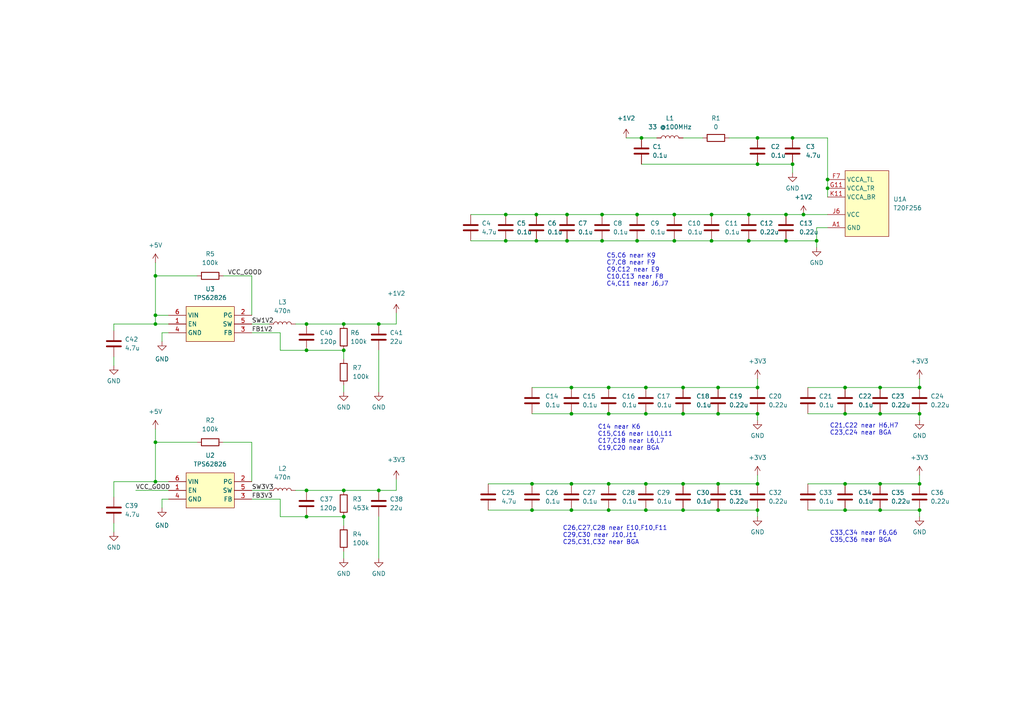
<source format=kicad_sch>
(kicad_sch (version 20211123) (generator eeschema)
  (paper "A4")
  (lib_symbols
    (symbol "Converter_DCDC:TPS62826"
      (property "Reference" "U" (at 7.62 0 0))
      (property "Value" "TPS62826" (at 0 0 0))
      (symbol "TPS62826_1_1"
        (pin input line (at -10.16 -6.35 0) (length 5.08) (name "EN") (number "1"))
        (pin output line (at 13.97 -3.81 180) (length 5.08) (name "PG") (number "2"))
        (pin input line (at 13.97 -8.89 180) (length 5.08) (name "FB") (number "3"))
        (pin passive line (at -10.16 -8.89 0) (length 5.08) (name "GND") (number "4"))
        (pin power_out line (at 13.97 -6.35 180) (length 5.08) (name "SW") (number "5"))
        (pin power_in line (at -10.16 -3.81 0) (length 5.08) (name "VIN") (number "6"))
      )
    )
    (symbol "Device:C" (pin_numbers hide) (pin_names (offset 0.254))
      (property "Reference" "C" (at 0.635 2.54 0))
      (property "Value" "C" (at 0.635 -2.54 0))
      (symbol "C_1_1"
        (pin passive line (at 0 3.81 270) (length 2.794) (name "~") (number "1"))
        (pin passive line (at 0 -3.81 90) (length 2.794) (name "~") (number "2"))
      )
    )
    (symbol "Device:L" (pin_numbers hide) (pin_names (offset 1.016) hide)
      (property "Reference" "L" (at -1.27 0 90))
      (property "Value" "L" (at 1.905 0 90))
      (symbol "L_1_1"
        (pin passive line (at 0 3.81 270) (length 1.27) (name "1") (number "1"))
        (pin passive line (at 0 -3.81 90) (length 1.27) (name "2") (number "2"))
      )
    )
    (symbol "Device:R" (pin_numbers hide) (pin_names (offset 0))
      (property "Reference" "R" (at 2.032 0 90))
      (property "Value" "R" (at 0 0 90))
      (symbol "R_1_1"
        (pin passive line (at 0 3.81 270) (length 1.27) (name "~") (number "1"))
        (pin passive line (at 0 -3.81 90) (length 1.27) (name "~") (number "2"))
      )
    )
    (symbol "IC:T20F256"
      (property "Reference" "U" (at -5.08 1.27 0))
      (property "Value" "T20F256" (at -5.08 1.27 0))
      (symbol "T20F256_1_1"
        (pin power_in line (at -11.43 -19.05 0) (length 5.08) (name "GND") (number "A1"))
        (pin power_in line (at -11.43 -19.05 0) (length 5.08) hide (name "GND") (number "A12"))
        (pin power_in line (at -11.43 -19.05 0) (length 5.08) hide (name "GND") (number "A16"))
        (pin power_in line (at -11.43 -19.05 0) (length 5.08) hide (name "GND") (number "A5"))
        (pin power_in line (at -11.43 -19.05 0) (length 5.08) hide (name "GND") (number "D15"))
        (pin power_in line (at -11.43 -19.05 0) (length 5.08) hide (name "GND") (number "D2"))
        (pin power_in line (at -11.43 -15.24 0) (length 5.08) hide (name "VCC") (number "E9"))
        (pin power_in line (at -11.43 -5.08 0) (length 5.08) (name "VCCA_TL") (number "F7"))
        (pin power_in line (at -11.43 -15.24 0) (length 5.08) hide (name "VCC") (number "F8"))
        (pin power_in line (at -11.43 -15.24 0) (length 5.08) hide (name "VCC") (number "F9"))
        (pin power_in line (at -11.43 -19.05 0) (length 5.08) hide (name "GND") (number "G10"))
        (pin power_in line (at -11.43 -7.62 0) (length 5.08) (name "VCCA_TR") (number "G11"))
        (pin power_in line (at -11.43 -19.05 0) (length 5.08) hide (name "GND") (number "G7"))
        (pin power_in line (at -11.43 -19.05 0) (length 5.08) hide (name "GND") (number "G8"))
        (pin power_in line (at -11.43 -19.05 0) (length 5.08) hide (name "GND") (number "G9"))
        (pin power_in line (at -11.43 -19.05 0) (length 5.08) hide (name "GND") (number "H10"))
        (pin power_in line (at -11.43 -19.05 0) (length 5.08) hide (name "GND") (number "H11"))
        (pin power_in line (at -11.43 -19.05 0) (length 5.08) hide (name "GND") (number "H8"))
        (pin power_in line (at -11.43 -19.05 0) (length 5.08) hide (name "GND") (number "H9"))
        (pin power_in line (at -11.43 -19.05 0) (length 5.08) hide (name "GND") (number "J1"))
        (pin power_in line (at -11.43 -19.05 0) (length 5.08) hide (name "GND") (number "J16"))
        (pin power_in line (at -11.43 -15.24 0) (length 5.08) (name "VCC") (number "J6"))
        (pin power_in line (at -11.43 -15.24 0) (length 5.08) hide (name "VCC") (number "J7"))
        (pin power_in line (at -11.43 -19.05 0) (length 5.08) hide (name "GND") (number "J8"))
        (pin power_in line (at -11.43 -19.05 0) (length 5.08) hide (name "GND") (number "J9"))
        (pin power_in line (at -11.43 -19.05 0) (length 5.08) hide (name "GND") (number "K10"))
        (pin power_in line (at -11.43 -10.16 0) (length 5.08) (name "VCCA_BR") (number "K11"))
        (pin power_in line (at -11.43 -19.05 0) (length 5.08) hide (name "GND") (number "K7"))
        (pin power_in line (at -11.43 -19.05 0) (length 5.08) hide (name "GND") (number "K8"))
        (pin power_in line (at -11.43 -15.24 0) (length 5.08) hide (name "VCC") (number "K9"))
        (pin power_in line (at -11.43 -19.05 0) (length 5.08) hide (name "GND") (number "L8"))
        (pin power_in line (at -11.43 -19.05 0) (length 5.08) hide (name "GND") (number "L9"))
        (pin power_in line (at -11.43 -19.05 0) (length 5.08) hide (name "GND") (number "N15"))
        (pin power_in line (at -11.43 -19.05 0) (length 5.08) hide (name "GND") (number "N2"))
        (pin power_in line (at -11.43 -19.05 0) (length 5.08) hide (name "GND") (number "R10"))
        (pin power_in line (at -11.43 -19.05 0) (length 5.08) hide (name "GND") (number "R7"))
        (pin power_in line (at -11.43 -19.05 0) (length 5.08) hide (name "GND") (number "T1"))
        (pin power_in line (at -11.43 -19.05 0) (length 5.08) hide (name "GND") (number "T13"))
        (pin power_in line (at -11.43 -19.05 0) (length 5.08) hide (name "GND") (number "T16"))
        (pin power_in line (at -11.43 -19.05 0) (length 5.08) hide (name "GND") (number "T4"))
      )
      (symbol "T20F256_2_1"
        (pin input line (at -11.43 -31.75 0) (length 5.08) (name "TDI") (number "K5"))
        (pin power_in line (at -11.43 -3.81 0) (length 5.08) (name "VCCIO_1A") (number "K6"))
        (pin bidirectional line (at -11.43 -26.67 0) (length 5.08) (name "GPIOL_08") (number "L3"))
        (pin bidirectional line (at -11.43 -24.13 0) (length 5.08) (name "GPIOL_05") (number "L4"))
        (pin output line (at -11.43 -39.37 0) (length 5.08) (name "TDO") (number "L5"))
        (pin input line (at -11.43 -36.83 0) (length 5.08) (name "TMS") (number "M1"))
        (pin input line (at -11.43 -34.29 0) (length 5.08) (name "TCK") (number "M2"))
        (pin bidirectional line (at -11.43 -16.51 0) (length 5.08) (name "GPIOL_01") (number "M3"))
        (pin bidirectional line (at -11.43 -29.21 0) (length 5.08) (name "GPIOL_09") (number "N1"))
        (pin bidirectional line (at -11.43 -21.59 0) (length 5.08) (name "GPIOL_04") (number "N3"))
        (pin input line (at -11.43 -11.43 0) (length 5.08) (name "CRESET_N") (number "P1"))
        (pin bidirectional line (at -11.43 -19.05 0) (length 5.08) (name "GPIOL_02") (number "P2"))
        (pin bidirectional line (at -11.43 -13.97 0) (length 5.08) (name "GPIOL_00") (number "P3"))
        (pin bidirectional line (at -11.43 -8.89 0) (length 5.08) (name "CDONE") (number "R1"))
      )
      (symbol "T20F256_3_1"
        (pin bidirectional line (at -12.7 -73.66 0) (length 5.08) (name "GPIOL_33") (number "C1"))
        (pin bidirectional line (at -12.7 -91.44 0) (length 5.08) (name "GPIOL_41") (number "C2"))
        (pin bidirectional line (at -12.7 -81.28 0) (length 5.08) (name "GPIOL_36") (number "D1"))
        (pin bidirectional line (at -12.7 -83.82 0) (length 5.08) (name "GPIOL_37") (number "E1"))
        (pin bidirectional line (at -12.7 -76.2 0) (length 5.08) (name "GPIOL_34") (number "E2"))
        (pin bidirectional line (at -12.7 -86.36 0) (length 5.08) (name "GPIOL_39") (number "E3"))
        (pin bidirectional line (at -12.7 -66.04 0) (length 5.08) (name "GPIOL_30") (number "F1"))
        (pin bidirectional line (at -12.7 -71.12 0) (length 5.08) (name "GPIOL_32") (number "F2"))
        (pin bidirectional line (at -12.7 -78.74 0) (length 5.08) (name "GPIOL_35") (number "F3"))
        (pin bidirectional line (at -12.7 -96.52 0) (length 5.08) (name "GPIOL_43") (number "F4"))
        (pin bidirectional line (at -12.7 -88.9 0) (length 5.08) (name "GPIOL_40") (number "F5"))
        (pin bidirectional line (at -12.7 -68.58 0) (length 5.08) (name "GPIOL_31") (number "G1"))
        (pin bidirectional line (at -12.7 -63.5 0) (length 5.08) (name "GPIOL_29") (number "G2"))
        (pin bidirectional line (at -12.7 -58.42 0) (length 5.08) (name "GPIOL_27") (number "G3"))
        (pin bidirectional line (at -12.7 -93.98 0) (length 5.08) (name "GPIOL_42") (number "G4"))
        (pin bidirectional line (at -12.7 -60.96 0) (length 5.08) (name "GPIOL_28") (number "G5"))
        (pin bidirectional line (at -12.7 -45.72 0) (length 5.08) (name "GPIOL_22") (number "H1"))
        (pin bidirectional line (at -12.7 -53.34 0) (length 5.08) (name "GPIOL_25") (number "H2"))
        (pin bidirectional line (at -12.7 -50.8 0) (length 5.08) (name "GPIOL_24") (number "H3"))
        (pin bidirectional line (at -12.7 -55.88 0) (length 5.08) (name "GPIOL_26") (number "H4"))
        (pin bidirectional line (at -12.7 -43.18 0) (length 5.08) (name "GPIOL_21") (number "H5"))
        (pin power_in line (at -12.7 -13.97 0) (length 5.08) (name "VCCIO_1B_1C") (number "H6"))
        (pin power_in line (at -12.7 -11.43 0) (length 5.08) (name "VCCIO_1B_1C") (number "H7"))
        (pin bidirectional line (at -12.7 -40.64 0) (length 5.08) (name "GPIOL_20") (number "J2"))
        (pin bidirectional line (at -12.7 -33.02 0) (length 5.08) (name "GPIOL_16") (number "J3"))
        (pin bidirectional line (at -12.7 -27.94 0) (length 5.08) (name "GPIOL_14") (number "J4"))
        (pin bidirectional line (at -12.7 -20.32 0) (length 5.08) (name "GPIOL_11") (number "J5"))
        (pin bidirectional line (at -12.7 -35.56 0) (length 5.08) (name "GPIOL_18") (number "K1"))
        (pin bidirectional line (at -12.7 -38.1 0) (length 5.08) (name "GPIOL_19") (number "K2"))
        (pin bidirectional line (at -12.7 -30.48 0) (length 5.08) (name "GPIOL_15") (number "K3"))
        (pin bidirectional line (at -12.7 -22.86 0) (length 5.08) (name "GPIOL_12") (number "K4"))
        (pin bidirectional line (at -12.7 -48.26 0) (length 5.08) (name "GPIOL_23") (number "L1"))
        (pin bidirectional line (at -12.7 -25.4 0) (length 5.08) (name "GPIOL_13") (number "L2"))
      )
      (symbol "T20F256_4_1"
        (pin bidirectional line (at -7.62 -26.67 0) (length 5.08) (name "GPIOL_50") (number "A2"))
        (pin bidirectional line (at -7.62 -44.45 0) (length 5.08) (name "GPIOL_57") (number "A3"))
        (pin bidirectional line (at -7.62 -49.53 0) (length 5.08) (name "GPIOL_59") (number "A4"))
        (pin bidirectional line (at -7.62 -64.77 0) (length 5.08) (name "GPIOL_65") (number "A6"))
        (pin bidirectional line (at -7.62 -57.15 0) (length 5.08) (name "GPIOL_62") (number "A7"))
        (pin bidirectional line (at -7.62 -67.31 0) (length 5.08) (name "GPIOL_66") (number "A8"))
        (pin bidirectional line (at -7.62 -11.43 0) (length 5.08) (name "GPIOL_44") (number "B1"))
        (pin bidirectional line (at -7.62 -13.97 0) (length 5.08) (name "GPIOL_45") (number "B2"))
        (pin bidirectional line (at -7.62 -31.75 0) (length 5.08) (name "GPIOL_52") (number "B3"))
        (pin bidirectional line (at -7.62 -34.29 0) (length 5.08) (name "GPIOL_53") (number "B4"))
        (pin bidirectional line (at -7.62 -54.61 0) (length 5.08) (name "GPIOL_61") (number "B5"))
        (pin bidirectional line (at -7.62 -62.23 0) (length 5.08) (name "GPIOL_64") (number "B6"))
        (pin bidirectional line (at -7.62 -59.69 0) (length 5.08) (name "GPIOL_63") (number "B7"))
        (pin bidirectional line (at -7.62 -80.01 0) (length 5.08) (name "GPIOL_71") (number "B8"))
        (pin bidirectional line (at -7.62 -21.59 0) (length 5.08) (name "GPIOL_48") (number "C3"))
        (pin bidirectional line (at -7.62 -29.21 0) (length 5.08) (name "GPIOL_51") (number "C4"))
        (pin bidirectional line (at -7.62 -69.85 0) (length 5.08) (name "GPIOL_67") (number "C5"))
        (pin bidirectional line (at -7.62 -46.99 0) (length 5.08) (name "GPIOL_58") (number "C6"))
        (pin bidirectional line (at -7.62 -77.47 0) (length 5.08) (name "GPIOL_70") (number "C7"))
        (pin bidirectional line (at -7.62 -82.55 0) (length 5.08) (name "GPIOL_72") (number "C8"))
        (pin bidirectional line (at -7.62 -16.51 0) (length 5.08) (name "GPIOL_46") (number "D3"))
        (pin bidirectional line (at -7.62 -19.05 0) (length 5.08) (name "GPIOL_47") (number "D4"))
        (pin bidirectional line (at -7.62 -24.13 0) (length 5.08) (name "GPIOL_49") (number "D5"))
        (pin bidirectional line (at -7.62 -36.83 0) (length 5.08) (name "GPIOL_54") (number "D6"))
        (pin bidirectional line (at -7.62 -74.93 0) (length 5.08) (name "GPIOL_69") (number "D7"))
        (pin bidirectional line (at -7.62 -85.09 0) (length 5.08) (name "GPIOL_73") (number "D8"))
        (pin bidirectional line (at -7.62 -87.63 0) (length 5.08) (name "GPIOL_74") (number "D9"))
        (pin bidirectional line (at -7.62 -39.37 0) (length 5.08) (name "GPIOL_55") (number "E4"))
        (pin bidirectional line (at -7.62 -52.07 0) (length 5.08) (name "GPIOL_60") (number "E5"))
        (pin bidirectional line (at -7.62 -41.91 0) (length 5.08) (name "GPIOL_56") (number "E6"))
        (pin bidirectional line (at -7.62 -72.39 0) (length 5.08) (name "GPIOL_68") (number "E7"))
        (pin bidirectional line (at -7.62 -90.17 0) (length 5.08) (name "GPIOL_75") (number "E8"))
        (pin power_in line (at -7.62 -3.81 0) (length 5.08) (name "VCCIO_1D_1E") (number "F6"))
        (pin power_in line (at -7.62 -6.35 0) (length 5.08) (name "VCCIO_1D_1E") (number "G6"))
      )
      (symbol "T20F256_5_1"
        (pin bidirectional line (at -8.89 -21.59 0) (length 5.08) (name "GPIOR_79") (number "A10"))
        (pin bidirectional line (at -8.89 -34.29 0) (length 5.08) (name "GPIOR_84") (number "A11"))
        (pin bidirectional line (at -8.89 -62.23 0) (length 5.08) (name "GPIOR_95") (number "A13"))
        (pin bidirectional line (at -8.89 -49.53 0) (length 5.08) (name "GPIOR_90") (number "A14"))
        (pin bidirectional line (at -8.89 -59.69 0) (length 5.08) (name "GPIOR_94") (number "A15"))
        (pin bidirectional line (at -8.89 -19.05 0) (length 5.08) (name "GPIOR_78") (number "A9"))
        (pin bidirectional line (at -8.89 -29.21 0) (length 5.08) (name "GPIOR_82") (number "B10"))
        (pin bidirectional line (at -8.89 -31.75 0) (length 5.08) (name "GPIOR_83") (number "B11"))
        (pin bidirectional line (at -8.89 -57.15 0) (length 5.08) (name "GPIOR_93") (number "B12"))
        (pin bidirectional line (at -8.89 -64.77 0) (length 5.08) (name "GPIOR_97") (number "B13"))
        (pin bidirectional line (at -8.89 -54.61 0) (length 5.08) (name "GPIOR_92") (number "B14"))
        (pin bidirectional line (at -8.89 -67.31 0) (length 5.08) (name "GPIOR_98") (number "B15"))
        (pin bidirectional line (at -8.89 -82.55 0) (length 5.08) (name "GPIOR_106") (number "B16"))
        (pin bidirectional line (at -8.89 -24.13 0) (length 5.08) (name "GPIOR_80") (number "B9"))
        (pin bidirectional line (at -8.89 -26.67 0) (length 5.08) (name "GPIOR_81") (number "C10"))
        (pin bidirectional line (at -8.89 -39.37 0) (length 5.08) (name "GPIOR_86") (number "C11"))
        (pin bidirectional line (at -8.89 -36.83 0) (length 5.08) (name "GPIOR_85") (number "C12"))
        (pin bidirectional line (at -8.89 -69.85 0) (length 5.08) (name "GPIOR_99") (number "C13"))
        (pin bidirectional line (at -8.89 -72.39 0) (length 5.08) (name "GPIOR_102") (number "C14"))
        (pin bidirectional line (at -8.89 -92.71 0) (length 5.08) (name "GPIOR_112") (number "C15"))
        (pin bidirectional line (at -8.89 -85.09 0) (length 5.08) (name "GPIOR_108") (number "C16"))
        (pin bidirectional line (at -8.89 -13.97 0) (length 5.08) (name "GPIOR_76") (number "C9"))
        (pin bidirectional line (at -8.89 -16.51 0) (length 5.08) (name "GPIOR_77") (number "D10"))
        (pin bidirectional line (at -8.89 -41.91 0) (length 5.08) (name "GPIOR_87") (number "D11"))
        (pin bidirectional line (at -8.89 -46.99 0) (length 5.08) (name "GPIOR_89") (number "D12"))
        (pin bidirectional line (at -8.89 -74.93 0) (length 5.08) (name "GPIOR_103") (number "D13"))
        (pin bidirectional line (at -8.89 -77.47 0) (length 5.08) (name "GPIOR_104") (number "D14"))
        (pin bidirectional line (at -8.89 -97.79 0) (length 5.08) (name "GPIOR_116") (number "D16"))
        (pin power_in line (at -8.89 -3.81 0) (length 5.08) (name "VCCIO_3A_3B_3C") (number "E10"))
        (pin bidirectional line (at -8.89 -44.45 0) (length 5.08) (name "GPIOR_88") (number "E11"))
        (pin bidirectional line (at -8.89 -52.07 0) (length 5.08) (name "GPIOR_91") (number "E12"))
        (pin bidirectional line (at -8.89 -80.01 0) (length 5.08) (name "GPIOR_105") (number "E13"))
        (pin bidirectional line (at -8.89 -87.63 0) (length 5.08) (name "GPIOR_110") (number "E14"))
        (pin bidirectional line (at -8.89 -107.95 0) (length 5.08) (name "GPIOR_120") (number "E15"))
        (pin bidirectional line (at -8.89 -105.41 0) (length 5.08) (name "GPIOR_119") (number "E16"))
        (pin power_in line (at -8.89 -6.35 0) (length 5.08) (name "VCCIO_3A_3B_3C") (number "F10"))
        (pin power_in line (at -8.89 -8.89 0) (length 5.08) (name "VCCIO_3A_3B_3C") (number "F11"))
        (pin bidirectional line (at -8.89 -90.17 0) (length 5.08) (name "GPIOR_111") (number "F12"))
        (pin bidirectional line (at -8.89 -95.25 0) (length 5.08) (name "GPIOR_113") (number "F13"))
        (pin bidirectional line (at -8.89 -102.87 0) (length 5.08) (name "GPIOR_118") (number "F14"))
        (pin bidirectional line (at -8.89 -113.03 0) (length 5.08) (name "GPIOR_122") (number "F15"))
        (pin bidirectional line (at -8.89 -115.57 0) (length 5.08) (name "GPIOR_123") (number "F16"))
        (pin bidirectional line (at -8.89 -110.49 0) (length 5.08) (name "GPIOR_121") (number "G12"))
        (pin bidirectional line (at -8.89 -100.33 0) (length 5.08) (name "GPIOR_117") (number "G13"))
      )
      (symbol "T20F256_6_1"
        (pin bidirectional line (at -12.7 -20.32 0) (length 5.08) (name "GPIOR_127") (number "G14"))
        (pin bidirectional line (at -12.7 -12.7 0) (length 5.08) (name "GPIOR_124") (number "G15"))
        (pin bidirectional line (at -12.7 -17.78 0) (length 5.08) (name "GPIOR_126") (number "G16"))
        (pin bidirectional line (at -12.7 -45.72 0) (length 5.08) (name "GPIOR_139") (number "H12"))
        (pin bidirectional line (at -12.7 -15.24 0) (length 5.08) (name "GPIOR_125") (number "H13"))
        (pin bidirectional line (at -12.7 -22.86 0) (length 5.08) (name "GPIOR_128") (number "H14"))
        (pin bidirectional line (at -12.7 -25.4 0) (length 5.08) (name "GPIOR_129") (number "H15"))
        (pin bidirectional line (at -12.7 -27.94 0) (length 5.08) (name "GPIOR_130") (number "H16"))
        (pin power_in line (at -12.7 -5.08 0) (length 5.08) (name "VCCIO_3D_3E") (number "J10"))
        (pin power_in line (at -12.7 -7.62 0) (length 5.08) (name "VCCIO_3D_3E") (number "J11"))
        (pin bidirectional line (at -12.7 -48.26 0) (length 5.08) (name "GPIOR_141") (number "J12"))
        (pin bidirectional line (at -12.7 -35.56 0) (length 5.08) (name "GPIOR_133") (number "J13"))
        (pin bidirectional line (at -12.7 -38.1 0) (length 5.08) (name "GPIOR_135") (number "J14"))
        (pin bidirectional line (at -12.7 -30.48 0) (length 5.08) (name "GPIOR_131") (number "J15"))
        (pin bidirectional line (at -12.7 -63.5 0) (length 5.08) (name "GPIOR_148") (number "K12"))
        (pin bidirectional line (at -12.7 -71.12 0) (length 5.08) (name "GPIOR_151") (number "K13"))
        (pin bidirectional line (at -12.7 -43.18 0) (length 5.08) (name "GPIOR_138") (number "K14"))
        (pin bidirectional line (at -12.7 -40.64 0) (length 5.08) (name "GPIOR_136") (number "K15"))
        (pin bidirectional line (at -12.7 -33.02 0) (length 5.08) (name "GPIOR_132") (number "K16"))
        (pin bidirectional line (at -12.7 -86.36 0) (length 5.08) (name "GPIOR_158") (number "L12"))
        (pin bidirectional line (at -12.7 -83.82 0) (length 5.08) (name "GPIOR_157") (number "L13"))
        (pin bidirectional line (at -12.7 -68.58 0) (length 5.08) (name "GPIOR_150") (number "L14"))
        (pin bidirectional line (at -12.7 -60.96 0) (length 5.08) (name "GPIOR_147") (number "L15"))
        (pin bidirectional line (at -12.7 -50.8 0) (length 5.08) (name "GPIOR_143") (number "L16"))
        (pin bidirectional line (at -12.7 -81.28 0) (length 5.08) (name "GPIOR_156") (number "M14"))
        (pin bidirectional line (at -12.7 -53.34 0) (length 5.08) (name "GPIOR_144") (number "M15"))
        (pin bidirectional line (at -12.7 -55.88 0) (length 5.08) (name "GPIOR_145") (number "M16"))
        (pin bidirectional line (at -12.7 -73.66 0) (length 5.08) (name "GPIOR_153") (number "N14"))
        (pin bidirectional line (at -12.7 -76.2 0) (length 5.08) (name "GPIOR_154") (number "N16"))
        (pin bidirectional line (at -12.7 -78.74 0) (length 5.08) (name "GPIOR_155") (number "P15"))
        (pin bidirectional line (at -12.7 -58.42 0) (length 5.08) (name "GPIOR_146") (number "P16"))
        (pin bidirectional line (at -12.7 -66.04 0) (length 5.08) (name "GPIOR_149") (number "R16"))
      )
      (symbol "T20F256_7_1"
        (pin power_in line (at -12.7 -7.62 0) (length 5.08) (name "VCCIO_4A") (number "L10"))
        (pin power_in line (at -12.7 -5.08 0) (length 5.08) (name "VCCIO_4A") (number "L11"))
        (pin bidirectional line (at -12.7 -55.88 0) (length 5.08) (name "GPIOB_RXP05") (number "M10"))
        (pin bidirectional line (at -12.7 -53.34 0) (length 5.08) (name "GPIOB_RXN05") (number "M11"))
        (pin input line (at -12.7 -12.7 0) (length 5.08) (name "GPIOB_CLKP0") (number "M12"))
        (pin input line (at -12.7 -15.24 0) (length 5.08) (name "GPIOB_CLKN0") (number "M13"))
        (pin bidirectional line (at -12.7 -73.66 0) (length 5.08) (name "GPIOB_RXN01") (number "M9"))
        (pin bidirectional line (at -12.7 -63.5 0) (length 5.08) (name "GPIOB_RXN03") (number "N10"))
        (pin bidirectional line (at -12.7 -50.8 0) (length 5.08) (name "GPIOB_RXP06") (number "N11"))
        (pin bidirectional line (at -12.7 -27.94 0) (length 5.08) (name "GPIOB_RXN10") (number "N12"))
        (pin bidirectional line (at -12.7 -17.78 0) (length 5.08) (name "GPIOB_RXN12") (number "N13"))
        (pin bidirectional line (at -12.7 -76.2 0) (length 5.08) (name "GPIOB_RXP01") (number "N9"))
        (pin bidirectional line (at -12.7 -66.04 0) (length 5.08) (name "GPIOB_RXP03") (number "P10"))
        (pin bidirectional line (at -12.7 -48.26 0) (length 5.08) (name "GPIOB_RXN06") (number "P11"))
        (pin bidirectional line (at -12.7 -30.48 0) (length 5.08) (name "GPIOB_RXP10") (number "P12"))
        (pin bidirectional line (at -12.7 -38.1 0) (length 5.08) (name "GPIOB_RXN08") (number "P13"))
        (pin bidirectional line (at -12.7 -20.32 0) (length 5.08) (name "GPIOB_RXP12") (number "P14"))
        (pin bidirectional line (at -12.7 -78.74 0) (length 5.08) (name "GPIOB_RXP00") (number "P9"))
        (pin bidirectional line (at -12.7 -58.42 0) (length 5.08) (name "GPIOB_RXN04") (number "R11"))
        (pin bidirectional line (at -12.7 -43.18 0) (length 5.08) (name "GPIOB_RXN07") (number "R12"))
        (pin bidirectional line (at -12.7 -40.64 0) (length 5.08) (name "GPIOB_RXP08") (number "R13"))
        (pin bidirectional line (at -12.7 -33.02 0) (length 5.08) (name "GPIOB_RXN09") (number "R14"))
        (pin bidirectional line (at -12.7 -22.86 0) (length 5.08) (name "GPIOB_RXN11") (number "R15"))
        (pin bidirectional line (at -12.7 -81.28 0) (length 5.08) (name "GPIOB_RXN00") (number "R9"))
        (pin bidirectional line (at -12.7 -68.58 0) (length 5.08) (name "GPIOB_RXN02") (number "T10"))
        (pin bidirectional line (at -12.7 -60.96 0) (length 5.08) (name "GPIOB_RXP04") (number "T11"))
        (pin bidirectional line (at -12.7 -45.72 0) (length 5.08) (name "GPIOB_RXP07") (number "T12"))
        (pin bidirectional line (at -12.7 -35.56 0) (length 5.08) (name "GPIOB_RXP09") (number "T14"))
        (pin bidirectional line (at -12.7 -25.4 0) (length 5.08) (name "GPIOB_RXP11") (number "T15"))
        (pin bidirectional line (at -12.7 -71.12 0) (length 5.08) (name "GPIOB_RXP02") (number "T9"))
      )
      (symbol "T20F256_8_1"
        (pin power_in line (at -12.7 -7.62 0) (length 5.08) (name "VCCIO_4B") (number "L6"))
        (pin power_in line (at -12.7 -5.08 0) (length 5.08) (name "VCCIO_4B") (number "L7"))
        (pin bidirectional line (at -12.7 -76.2 0) (length 5.08) (name "GPIOB_TXP00") (number "M4"))
        (pin bidirectional line (at -12.7 -73.66 0) (length 5.08) (name "GPIOB_TXN00") (number "M5"))
        (pin bidirectional line (at -12.7 -48.26 0) (length 5.08) (name "GPIOB_TXP05") (number "M6"))
        (pin bidirectional line (at -12.7 -50.8 0) (length 5.08) (name "GPIOB_TXN05") (number "M7"))
        (pin bidirectional line (at -12.7 -20.32 0) (length 5.08) (name "GPIOB_TXP11") (number "M8"))
        (pin bidirectional line (at -12.7 -71.12 0) (length 5.08) (name "GPIOB_TXP01") (number "N4"))
        (pin bidirectional line (at -12.7 -55.88 0) (length 5.08) (name "GPIOB_TXP04") (number "N5"))
        (pin bidirectional line (at -12.7 -45.72 0) (length 5.08) (name "GPIOB_TXP06") (number "N6"))
        (pin bidirectional line (at -12.7 -30.48 0) (length 5.08) (name "GPIOB_TXP09") (number "N7"))
        (pin bidirectional line (at -12.7 -17.78 0) (length 5.08) (name "GPIOB_TXN11") (number "N8"))
        (pin bidirectional line (at -12.7 -68.58 0) (length 5.08) (name "GPIOB_TXN01") (number "P4"))
        (pin bidirectional line (at -12.7 -53.34 0) (length 5.08) (name "GPIOB_TXN04") (number "P5"))
        (pin bidirectional line (at -12.7 -43.18 0) (length 5.08) (name "GPIOB_TXN06") (number "P6"))
        (pin bidirectional line (at -12.7 -27.94 0) (length 5.08) (name "GPIOB_TXN09") (number "P7"))
        (pin bidirectional line (at -12.7 -12.7 0) (length 5.08) (name "GPIOB_TXN12") (number "P8"))
        (pin power_out line (at -12.7 -78.74 0) (length 5.08) (name "REF_RES") (number "R2"))
        (pin bidirectional line (at -12.7 -66.04 0) (length 5.08) (name "GPIOB_TXP02") (number "R3"))
        (pin bidirectional line (at -12.7 -63.5 0) (length 5.08) (name "GPIOB_TXN02") (number "R4"))
        (pin bidirectional line (at -12.7 -40.64 0) (length 5.08) (name "GPIOB_TXP07") (number "R5"))
        (pin bidirectional line (at -12.7 -35.56 0) (length 5.08) (name "GPIOB_TXP08") (number "R6"))
        (pin bidirectional line (at -12.7 -15.24 0) (length 5.08) (name "GPIOB_TXP12") (number "R8"))
        (pin bidirectional line (at -12.7 -60.96 0) (length 5.08) (name "GPIOB_TXP03") (number "T2"))
        (pin bidirectional line (at -12.7 -58.42 0) (length 5.08) (name "GPIOB_TXN03") (number "T3"))
        (pin bidirectional line (at -12.7 -38.1 0) (length 5.08) (name "GPIOB_TXN07") (number "T5"))
        (pin bidirectional line (at -12.7 -33.02 0) (length 5.08) (name "GPIOB_TXN08") (number "T6"))
        (pin bidirectional line (at -12.7 -22.86 0) (length 5.08) (name "GPIOB_TXN10") (number "T7"))
        (pin bidirectional line (at -12.7 -25.4 0) (length 5.08) (name "GPIOB_TXP10") (number "T8"))
      )
    )
    (symbol "power:+1V2" (power) (pin_names (offset 0))
      (property "Value" "+1V2" (at 0 3.556 0))
      (symbol "+1V2_1_1"
        (pin power_in line (at 0 0 90) (length 0) hide (name "+1V2") (number "1"))
      )
    )
    (symbol "power:+3V3" (power) (pin_names (offset 0))
      (property "Value" "+3V3" (at 0 3.556 0))
      (symbol "+3V3_1_1"
        (pin power_in line (at 0 0 90) (length 0) hide (name "+3V3") (number "1"))
      )
    )
    (symbol "power:+5V" (power) (pin_names (offset 0))
      (property "Value" "+5V" (at 0 3.556 0))
      (symbol "+5V_1_1"
        (pin power_in line (at 0 0 90) (length 0) hide (name "+5V") (number "1"))
      )
    )
    (symbol "power:GND" (power) (pin_names (offset 0))
      (property "Value" "GND" (at 0 -3.81 0))
      (symbol "GND_1_1"
        (pin power_in line (at 0 0 270) (length 0) hide (name "GND") (number "1"))
      )
    )
  )
  (junction (at 109.855 142.24))
  (junction (at 165.735 147.955))
  (junction (at 208.28 147.955))
  (junction (at 164.465 69.85))
  (junction (at 154.305 140.335))
  (junction (at 255.27 147.955))
  (junction (at 229.87 47.625))
  (junction (at 45.085 139.7))
  (junction (at 240.03 52.07))
  (junction (at 187.325 120.015))
  (junction (at 266.7 120.015))
  (junction (at 245.11 140.335))
  (junction (at 176.53 120.015))
  (junction (at 236.855 69.85))
  (junction (at 208.28 140.335))
  (junction (at 99.695 101.6))
  (junction (at 176.53 112.395))
  (junction (at 88.9 142.24))
  (junction (at 219.71 47.625))
  (junction (at 184.785 69.85))
  (junction (at 219.71 140.335))
  (junction (at 146.685 69.85))
  (junction (at 45.085 93.98))
  (junction (at 45.085 128.27))
  (junction (at 155.575 62.23))
  (junction (at 266.7 140.335))
  (junction (at 227.965 69.85))
  (junction (at 187.325 112.395))
  (junction (at 255.27 120.015))
  (junction (at 198.12 112.395))
  (junction (at 217.17 69.85))
  (junction (at 187.325 140.335))
  (junction (at 45.085 80.01))
  (junction (at 176.53 147.955))
  (junction (at 195.58 62.23))
  (junction (at 99.695 149.86))
  (junction (at 176.53 140.335))
  (junction (at 266.7 112.395))
  (junction (at 155.575 69.85))
  (junction (at 245.11 147.955))
  (junction (at 187.325 147.955))
  (junction (at 99.695 93.98))
  (junction (at 174.625 62.23))
  (junction (at 245.11 120.015))
  (junction (at 208.28 112.395))
  (junction (at 219.71 40.005))
  (junction (at 186.055 40.005))
  (junction (at 219.71 147.955))
  (junction (at 206.375 62.23))
  (junction (at 165.735 112.395))
  (junction (at 227.965 62.23))
  (junction (at 266.7 147.955))
  (junction (at 255.27 112.395))
  (junction (at 245.11 112.395))
  (junction (at 219.71 120.015))
  (junction (at 240.03 54.61))
  (junction (at 154.305 147.955))
  (junction (at 217.17 62.23))
  (junction (at 45.085 91.44))
  (junction (at 88.9 93.98))
  (junction (at 208.28 120.015))
  (junction (at 198.12 147.955))
  (junction (at 165.735 140.335))
  (junction (at 174.625 69.85))
  (junction (at 233.045 62.23))
  (junction (at 206.375 69.85))
  (junction (at 109.855 93.98))
  (junction (at 146.685 62.23))
  (junction (at 195.58 69.85))
  (junction (at 184.785 62.23))
  (junction (at 164.465 62.23))
  (junction (at 198.12 140.335))
  (junction (at 165.735 120.015))
  (junction (at 229.87 40.005))
  (junction (at 88.9 149.86))
  (junction (at 99.695 142.24))
  (junction (at 88.9 101.6))
  (junction (at 255.27 140.335))
  (junction (at 198.12 120.015))
  (junction (at 219.71 112.395))
  (wire (pts (xy 176.53 147.955) (xy 187.325 147.955)))
  (wire (pts (xy 136.525 69.85) (xy 146.685 69.85)))
  (wire (pts (xy 217.17 62.23) (xy 227.965 62.23)))
  (wire (pts (xy 81.28 101.6) (xy 81.28 96.52)))
  (wire (pts (xy 73.025 93.98) (xy 78.105 93.98)))
  (wire (pts (xy 198.12 120.015) (xy 208.28 120.015)))
  (wire (pts (xy 234.315 112.395) (xy 245.11 112.395)))
  (wire (pts (xy 45.085 80.01) (xy 45.085 91.44)))
  (wire (pts (xy 85.725 142.24) (xy 88.9 142.24)))
  (wire (pts (xy 114.935 90.805) (xy 114.935 93.98)))
  (wire (pts (xy 99.695 111.76) (xy 99.695 113.665)))
  (wire (pts (xy 208.28 147.955) (xy 219.71 147.955)))
  (wire (pts (xy 99.695 93.98) (xy 109.855 93.98)))
  (wire (pts (xy 99.695 149.86) (xy 88.9 149.86)))
  (wire (pts (xy 245.11 112.395) (xy 255.27 112.395)))
  (wire (pts (xy 208.28 112.395) (xy 219.71 112.395)))
  (wire (pts (xy 99.695 160.02) (xy 99.695 161.925)))
  (wire (pts (xy 81.28 96.52) (xy 73.025 96.52)))
  (wire (pts (xy 187.325 120.015) (xy 198.12 120.015)))
  (wire (pts (xy 155.575 62.23) (xy 164.465 62.23)))
  (wire (pts (xy 240.03 54.61) (xy 240.03 52.07)))
  (wire (pts (xy 198.12 147.955) (xy 208.28 147.955)))
  (wire (pts (xy 99.695 142.24) (xy 109.855 142.24)))
  (wire (pts (xy 45.085 139.7) (xy 48.895 139.7)))
  (wire (pts (xy 48.895 93.98) (xy 45.085 93.98)))
  (wire (pts (xy 45.085 93.98) (xy 45.085 91.44)))
  (wire (pts (xy 85.725 93.98) (xy 88.9 93.98)))
  (wire (pts (xy 176.53 112.395) (xy 187.325 112.395)))
  (wire (pts (xy 195.58 69.85) (xy 206.375 69.85)))
  (wire (pts (xy 195.58 62.23) (xy 206.375 62.23)))
  (wire (pts (xy 174.625 69.85) (xy 184.785 69.85)))
  (wire (pts (xy 73.025 128.27) (xy 73.025 139.7)))
  (wire (pts (xy 45.085 128.27) (xy 45.085 139.7)))
  (wire (pts (xy 154.305 147.955) (xy 165.735 147.955)))
  (wire (pts (xy 46.99 147.32) (xy 46.99 144.78)))
  (wire (pts (xy 187.325 112.395) (xy 198.12 112.395)))
  (wire (pts (xy 46.99 144.78) (xy 48.895 144.78)))
  (wire (pts (xy 99.695 101.6) (xy 88.9 101.6)))
  (wire (pts (xy 64.77 80.01) (xy 73.025 80.01)))
  (wire (pts (xy 184.785 62.23) (xy 195.58 62.23)))
  (wire (pts (xy 187.325 147.955) (xy 198.12 147.955)))
  (wire (pts (xy 236.855 66.04) (xy 240.03 66.04)))
  (wire (pts (xy 236.855 69.85) (xy 236.855 71.755)))
  (wire (pts (xy 245.11 147.955) (xy 255.27 147.955)))
  (wire (pts (xy 81.28 149.86) (xy 81.28 144.78)))
  (wire (pts (xy 33.02 139.7) (xy 33.02 144.145)))
  (wire (pts (xy 109.855 142.24) (xy 114.935 142.24)))
  (wire (pts (xy 146.685 69.85) (xy 155.575 69.85)))
  (wire (pts (xy 176.53 140.335) (xy 187.325 140.335)))
  (wire (pts (xy 186.055 40.005) (xy 190.5 40.005)))
  (wire (pts (xy 255.27 120.015) (xy 266.7 120.015)))
  (wire (pts (xy 219.71 40.005) (xy 229.87 40.005)))
  (wire (pts (xy 154.305 120.015) (xy 165.735 120.015)))
  (wire (pts (xy 73.025 80.01) (xy 73.025 91.44)))
  (wire (pts (xy 181.61 40.005) (xy 186.055 40.005)))
  (wire (pts (xy 198.12 40.005) (xy 203.835 40.005)))
  (wire (pts (xy 33.02 93.98) (xy 33.02 95.885)))
  (wire (pts (xy 187.325 140.335) (xy 198.12 140.335)))
  (wire (pts (xy 217.17 69.85) (xy 227.965 69.85)))
  (wire (pts (xy 176.53 120.015) (xy 187.325 120.015)))
  (wire (pts (xy 45.085 124.46) (xy 45.085 128.27)))
  (wire (pts (xy 266.7 112.395) (xy 266.7 109.855)))
  (wire (pts (xy 45.085 76.2) (xy 45.085 80.01)))
  (wire (pts (xy 255.27 140.335) (xy 266.7 140.335)))
  (wire (pts (xy 154.305 140.335) (xy 165.735 140.335)))
  (wire (pts (xy 227.965 69.85) (xy 236.855 69.85)))
  (wire (pts (xy 208.28 120.015) (xy 219.71 120.015)))
  (wire (pts (xy 165.735 120.015) (xy 176.53 120.015)))
  (wire (pts (xy 266.7 140.335) (xy 266.7 137.795)))
  (wire (pts (xy 109.855 93.98) (xy 114.935 93.98)))
  (wire (pts (xy 227.965 62.23) (xy 233.045 62.23)))
  (wire (pts (xy 88.9 142.24) (xy 99.695 142.24)))
  (wire (pts (xy 266.7 120.015) (xy 266.7 121.92)))
  (wire (pts (xy 174.625 62.23) (xy 184.785 62.23)))
  (wire (pts (xy 234.315 120.015) (xy 245.11 120.015)))
  (wire (pts (xy 164.465 69.85) (xy 174.625 69.85)))
  (wire (pts (xy 255.27 112.395) (xy 266.7 112.395)))
  (wire (pts (xy 154.305 112.395) (xy 165.735 112.395)))
  (wire (pts (xy 114.935 139.065) (xy 114.935 142.24)))
  (wire (pts (xy 73.025 142.24) (xy 78.105 142.24)))
  (wire (pts (xy 45.085 91.44) (xy 48.895 91.44)))
  (wire (pts (xy 88.9 101.6) (xy 81.28 101.6)))
  (wire (pts (xy 33.02 151.765) (xy 33.02 154.305)))
  (wire (pts (xy 219.71 147.955) (xy 219.71 149.86)))
  (wire (pts (xy 184.785 69.85) (xy 195.58 69.85)))
  (wire (pts (xy 39.37 142.24) (xy 48.895 142.24)))
  (wire (pts (xy 198.12 112.395) (xy 208.28 112.395)))
  (wire (pts (xy 255.27 147.955) (xy 266.7 147.955)))
  (wire (pts (xy 165.735 112.395) (xy 176.53 112.395)))
  (wire (pts (xy 219.71 140.335) (xy 219.71 137.795)))
  (wire (pts (xy 236.855 69.85) (xy 236.855 66.04)))
  (wire (pts (xy 64.77 128.27) (xy 73.025 128.27)))
  (wire (pts (xy 245.11 140.335) (xy 255.27 140.335)))
  (wire (pts (xy 46.99 99.06) (xy 46.99 96.52)))
  (wire (pts (xy 240.03 40.005) (xy 240.03 52.07)))
  (wire (pts (xy 219.71 47.625) (xy 229.87 47.625)))
  (wire (pts (xy 198.12 140.335) (xy 208.28 140.335)))
  (wire (pts (xy 219.71 112.395) (xy 219.71 109.855)))
  (wire (pts (xy 81.28 144.78) (xy 73.025 144.78)))
  (wire (pts (xy 57.15 80.01) (xy 45.085 80.01)))
  (wire (pts (xy 141.605 140.335) (xy 154.305 140.335)))
  (wire (pts (xy 45.085 93.98) (xy 33.02 93.98)))
  (wire (pts (xy 88.9 149.86) (xy 81.28 149.86)))
  (wire (pts (xy 88.9 93.98) (xy 99.695 93.98)))
  (wire (pts (xy 186.055 47.625) (xy 219.71 47.625)))
  (wire (pts (xy 109.855 101.6) (xy 109.855 113.665)))
  (wire (pts (xy 136.525 62.23) (xy 146.685 62.23)))
  (wire (pts (xy 165.735 147.955) (xy 176.53 147.955)))
  (wire (pts (xy 233.045 62.23) (xy 240.03 62.23)))
  (wire (pts (xy 57.15 128.27) (xy 45.085 128.27)))
  (wire (pts (xy 99.695 104.14) (xy 99.695 101.6)))
  (wire (pts (xy 219.71 120.015) (xy 219.71 121.92)))
  (wire (pts (xy 33.02 103.505) (xy 33.02 106.045)))
  (wire (pts (xy 155.575 69.85) (xy 164.465 69.85)))
  (wire (pts (xy 164.465 62.23) (xy 174.625 62.23)))
  (wire (pts (xy 99.695 152.4) (xy 99.695 149.86)))
  (wire (pts (xy 266.7 147.955) (xy 266.7 149.86)))
  (wire (pts (xy 109.855 149.86) (xy 109.855 161.925)))
  (wire (pts (xy 206.375 69.85) (xy 217.17 69.85)))
  (wire (pts (xy 206.375 62.23) (xy 217.17 62.23)))
  (wire (pts (xy 240.03 57.15) (xy 240.03 54.61)))
  (wire (pts (xy 46.99 96.52) (xy 48.895 96.52)))
  (wire (pts (xy 141.605 147.955) (xy 154.305 147.955)))
  (wire (pts (xy 245.11 120.015) (xy 255.27 120.015)))
  (wire (pts (xy 234.315 140.335) (xy 245.11 140.335)))
  (wire (pts (xy 165.735 140.335) (xy 176.53 140.335)))
  (wire (pts (xy 45.085 139.7) (xy 33.02 139.7)))
  (wire (pts (xy 234.315 147.955) (xy 245.11 147.955)))
  (wire (pts (xy 211.455 40.005) (xy 219.71 40.005)))
  (wire (pts (xy 146.685 62.23) (xy 155.575 62.23)))
  (wire (pts (xy 229.87 40.005) (xy 240.03 40.005)))
  (wire (pts (xy 229.87 47.625) (xy 229.87 50.165)))
  (wire (pts (xy 208.28 140.335) (xy 219.71 140.335)))
  (text "C21,C22 near H6,H7\nC23,C24 near BGA" (at 240.665 126.365 0) (effects (font (size 1.27 1.27)) (justify left bottom)))
  (text "C5,C6 near K9\nC7,C8 near F9\nC9,C12 near E9\nC10,C13 near F8\nC4,C11 near J6,J7" (at 175.895 83.185 0) (effects (font (size 1.27 1.27)) (justify left bottom)))
  (text "C33,C34 near F6,G6\nC35,C36 near BGA" (at 240.665 157.48 0) (effects (font (size 1.27 1.27)) (justify left bottom)))
  (text "C26,C27,C28 near E10,F10,F11\nC29,C30 near J10,J11\nC25,C31,C32 near BGA" (at 163.195 158.115 0) (effects (font (size 1.27 1.27)) (justify left bottom)))
  (text "C14 near K6\nC15,C16 near L10,L11\nC17,C18 near L6,L7\nC19,C20 near BGA" (at 173.355 130.81 0) (effects (font (size 1.27 1.27)) (justify left bottom)))
  (label "FB3V3" (at 73.025 144.78 0))
  (label "VCC_GOOD" (at 66.04 80.01 0))
  (label "VCC_GOOD" (at 39.37 142.24 0))
  (label "FB1V2" (at 73.025 96.52 0))
  (label "SW1V2" (at 73.025 93.98 0))
  (label "SW3V3" (at 73.025 142.24 0))
  (symbol (lib_id "Device:C") (at 266.7 116.205 0) (unit 1)
    (property "Reference" "C24" (at 269.875 114.9349 0) (effects (justify left)))
    (property "Value" "0.22u" (at 269.875 117.4749 0) (effects (justify left)))
    (property "Footprint" "Capacitor_SMD:C_0201_Small" (effects hide))
  )
  (symbol (lib_id "Device:C") (at 217.17 66.04 0) (unit 1)
    (property "Reference" "C12" (at 220.345 64.7699 0) (effects (justify left)))
    (property "Value" "0.22u" (at 220.345 67.3099 0) (effects (justify left)))
    (property "Footprint" "Capacitor_SMD:C_0201_Small" (effects hide))
  )
  (symbol (lib_id "Device:C") (at 245.11 144.145 0) (unit 1)
    (property "Reference" "C34" (at 248.92 142.8749 0) (effects (justify left)))
    (property "Value" "0.1u" (at 248.92 145.4149 0) (effects (justify left)))
    (property "Footprint" "Capacitor_SMD:C_0201_Small" (effects hide))
  )
  (symbol (lib_id "power:GND") (at 99.695 113.665 0) (unit 1)
    (property "Reference" "#PWR023" (effects hide))
    (property "Value" "GND" (at 99.695 118.11 0))
  )
  (symbol (lib_id "Device:C") (at 208.28 116.205 0) (unit 1)
    (property "Reference" "C19" (at 211.455 114.9349 0) (effects (justify left)))
    (property "Value" "0.22u" (at 211.455 117.4749 0) (effects (justify left)))
    (property "Footprint" "Capacitor_SMD:C_0201_Small" (effects hide))
  )
  (symbol (lib_id "power:+5V") (at 45.085 124.46 0) (unit 1)
    (property "Reference" "#PWR013" (effects hide))
    (property "Value" "+5V" (at 45.085 119.38 0))
  )
  (symbol (lib_id "Device:C") (at 219.71 43.815 0) (unit 1)
    (property "Reference" "C2" (at 223.52 42.5449 0) (effects (justify left)))
    (property "Value" "0.1u" (at 223.52 45.0849 0) (effects (justify left)))
    (property "Footprint" "Capacitor_SMD:C_0201_Small" (effects hide))
  )
  (symbol (lib_id "Device:C") (at 208.28 144.145 0) (unit 1)
    (property "Reference" "C31" (at 211.455 142.8749 0) (effects (justify left)))
    (property "Value" "0.22u" (at 211.455 145.4149 0) (effects (justify left)))
    (property "Footprint" "Capacitor_SMD:C_0201_Small" (effects hide))
  )
  (symbol (lib_id "Device:C") (at 176.53 116.205 0) (unit 1)
    (property "Reference" "C16" (at 180.34 114.9349 0) (effects (justify left)))
    (property "Value" "0.1u" (at 180.34 117.4749 0) (effects (justify left)))
    (property "Footprint" "Capacitor_SMD:C_0201_Small" (effects hide))
  )
  (symbol (lib_id "power:+5V") (at 45.085 76.2 0) (unit 1)
    (property "Reference" "#PWR019" (effects hide))
    (property "Value" "+5V" (at 45.085 71.12 0))
  )
  (symbol (lib_id "Device:C") (at 154.305 116.205 0) (unit 1)
    (property "Reference" "C14" (at 158.115 114.9349 0) (effects (justify left)))
    (property "Value" "0.1u" (at 158.115 117.4749 0) (effects (justify left)))
    (property "Footprint" "Capacitor_SMD:C_0201_Small" (effects hide))
  )
  (symbol (lib_id "Device:C") (at 255.27 144.145 0) (unit 1)
    (property "Reference" "C35" (at 258.445 142.8749 0) (effects (justify left)))
    (property "Value" "0.22u" (at 258.445 145.4149 0) (effects (justify left)))
    (property "Footprint" "Capacitor_SMD:C_0201_Small" (effects hide))
  )
  (symbol (lib_id "Converter_DCDC:TPS62826") (at 59.055 87.63 0) (unit 1)
    (property "Reference" "U3" (at 60.96 83.82 0))
    (property "Value" "TPS62826" (at 60.96 86.36 0))
    (property "Footprint" "Package_DFN_QFN:VFDFN-6" (effects hide))
    (property "Datasheet" "https://www.ti.com/lit/ds/symlink/tps62825.pdf" (effects hide))
  )
  (symbol (lib_id "Device:R") (at 207.645 40.005 90) (unit 1)
    (property "Reference" "R1" (at 207.645 34.29 90))
    (property "Value" "0" (at 207.645 36.83 90))
    (property "Footprint" "Resistor_SMD:R_0603_1608Metric" (effects hide))
  )
  (symbol (lib_id "Device:R") (at 60.96 80.01 90) (unit 1)
    (property "Reference" "R5" (at 60.96 73.66 90))
    (property "Value" "100k" (at 60.96 76.2 90))
    (property "Footprint" "Resistor_SMD:R_0603_1608Metric" (effects hide))
  )
  (symbol (lib_id "power:+3V3") (at 114.935 139.065 0) (unit 1)
    (property "Reference" "#PWR014" (effects hide))
    (property "Value" "+3V3" (at 114.935 133.35 0))
  )
  (symbol (lib_id "Device:C") (at 176.53 144.145 0) (unit 1)
    (property "Reference" "C28" (at 180.34 142.8749 0) (effects (justify left)))
    (property "Value" "0.1u" (at 180.34 145.4149 0) (effects (justify left)))
    (property "Footprint" "Capacitor_SMD:C_0201_Small" (effects hide))
  )
  (symbol (lib_id "Device:C") (at 234.315 116.205 0) (unit 1)
    (property "Reference" "C21" (at 237.49 114.9349 0) (effects (justify left)))
    (property "Value" "0.1u" (at 237.49 117.4749 0) (effects (justify left)))
    (property "Footprint" "Capacitor_SMD:C_0201_Small" (effects hide))
  )
  (symbol (lib_id "Device:R") (at 99.695 97.79 0) (unit 1)
    (property "Reference" "R6" (at 101.6 96.5199 0) (effects (justify left)))
    (property "Value" "100k" (at 101.6 99.0599 0) (effects (justify left)))
    (property "Footprint" "Resistor_SMD:R_0402_1005Metric" (effects hide))
  )
  (symbol (lib_id "Device:C") (at 33.02 99.695 0) (unit 1)
    (property "Reference" "C42" (at 36.195 98.4249 0) (effects (justify left)))
    (property "Value" "4.7u" (at 36.195 100.9649 0) (effects (justify left)))
    (property "Footprint" "Capacitor_SMD:C_0603_1608Metric" (effects hide))
  )
  (symbol (lib_id "power:+1V2") (at 114.935 90.805 0) (unit 1)
    (property "Reference" "#PWR020" (effects hide))
    (property "Value" "+1V2" (at 114.935 85.09 0))
  )
  (symbol (lib_id "Device:C") (at 195.58 66.04 0) (unit 1)
    (property "Reference" "C10" (at 199.39 64.7699 0) (effects (justify left)))
    (property "Value" "0.1u" (at 199.39 67.3099 0) (effects (justify left)))
    (property "Footprint" "Capacitor_SMD:C_0201_Small" (effects hide))
  )
  (symbol (lib_id "power:GND") (at 46.99 147.32 0) (unit 1)
    (property "Reference" "#PWR015" (effects hide))
    (property "Value" "GND" (at 46.99 152.4 0))
  )
  (symbol (lib_id "Device:C") (at 206.375 66.04 0) (unit 1)
    (property "Reference" "C11" (at 210.185 64.7699 0) (effects (justify left)))
    (property "Value" "0.1u" (at 210.185 67.3099 0) (effects (justify left)))
    (property "Footprint" "Capacitor_SMD:C_0201_Small" (effects hide))
  )
  (symbol (lib_id "Device:C") (at 186.055 43.815 0) (unit 1)
    (property "Reference" "C1" (at 189.23 42.5449 0) (effects (justify left)))
    (property "Value" "0.1u" (at 189.23 45.0849 0) (effects (justify left)))
    (property "Footprint" "Capacitor_SMD:C_0201_Small" (effects hide))
  )
  (symbol (lib_id "Device:C") (at 184.785 66.04 0) (unit 1)
    (property "Reference" "C9" (at 188.595 64.7699 0) (effects (justify left)))
    (property "Value" "0.1u" (at 188.595 67.3099 0) (effects (justify left)))
    (property "Footprint" "Capacitor_SMD:C_0201_Small" (effects hide))
  )
  (symbol (lib_id "Device:L") (at 81.915 142.24 90) (unit 1)
    (property "Reference" "L2" (at 81.915 135.89 90))
    (property "Value" "470n" (at 81.915 138.43 90))
    (property "Footprint" "Inductor_SMD:L_Vishay_IHLP-1212" (effects hide))
    (property "Datasheet" "https://www.vishay.com/docs/34300/ihlp-1212ae-11.pdf" (effects hide))
  )
  (symbol (lib_id "Device:R") (at 60.96 128.27 90) (unit 1)
    (property "Reference" "R2" (at 60.96 121.92 90))
    (property "Value" "100k" (at 60.96 124.46 90))
    (property "Footprint" "Resistor_SMD:R_0603_1608Metric" (effects hide))
  )
  (symbol (lib_id "power:GND") (at 46.99 99.06 0) (unit 1)
    (property "Reference" "#PWR021" (effects hide))
    (property "Value" "GND" (at 46.99 104.14 0))
  )
  (symbol (lib_id "Device:C") (at 141.605 144.145 0) (unit 1)
    (property "Reference" "C25" (at 145.415 142.8749 0) (effects (justify left)))
    (property "Value" "4.7u" (at 145.415 145.4149 0) (effects (justify left)))
    (property "Footprint" "Capacitor_SMD:C_0402_1005Metric" (effects hide))
  )
  (symbol (lib_id "power:GND") (at 109.855 161.925 0) (unit 1)
    (property "Reference" "#PWR018" (effects hide))
    (property "Value" "GND" (at 109.855 166.37 0))
  )
  (symbol (lib_id "Device:C") (at 198.12 116.205 0) (unit 1)
    (property "Reference" "C18" (at 201.93 114.9349 0) (effects (justify left)))
    (property "Value" "0.1u" (at 201.93 117.4749 0) (effects (justify left)))
    (property "Footprint" "Capacitor_SMD:C_0201_Small" (effects hide))
  )
  (symbol (lib_id "power:GND") (at 219.71 121.92 0) (unit 1)
    (property "Reference" "#PWR07" (effects hide))
    (property "Value" "GND" (at 219.71 126.365 0))
  )
  (symbol (lib_id "Device:C") (at 136.525 66.04 0) (unit 1)
    (property "Reference" "C4" (at 139.7 64.7699 0) (effects (justify left)))
    (property "Value" "4.7u" (at 139.7 67.3099 0) (effects (justify left)))
    (property "Footprint" "Capacitor_SMD:C_0402_1005Metric" (effects hide))
  )
  (symbol (lib_id "IC:T20F256") (at 251.46 46.99 0) (unit 1)
    (property "Reference" "U1" (at 259.08 57.7849 0) (effects (justify left)))
    (property "Value" "T20F256" (at 259.08 60.3249 0) (effects (justify left)))
    (property "Footprint" "Package_BGA:BGA-256_14.0x14.0mm_Layout16x16_P0.8mm_Ball0.45mm_Pad0.32mm_NSMD" (effects hide))
  )
  (symbol (lib_id "Device:C") (at 219.71 144.145 0) (unit 1)
    (property "Reference" "C32" (at 222.885 142.8749 0) (effects (justify left)))
    (property "Value" "0.22u" (at 222.885 145.4149 0) (effects (justify left)))
    (property "Footprint" "Capacitor_SMD:C_0201_Small" (effects hide))
  )
  (symbol (lib_id "Device:C") (at 109.855 146.05 0) (unit 1)
    (property "Reference" "C38" (at 113.03 144.7799 0) (effects (justify left)))
    (property "Value" "22u" (at 113.03 147.3199 0) (effects (justify left)))
    (property "Footprint" "Capacitor_SMD:C_0603_1608Metric" (effects hide))
  )
  (symbol (lib_id "power:GND") (at 33.02 154.305 0) (unit 1)
    (property "Reference" "#PWR016" (effects hide))
    (property "Value" "GND" (at 33.02 158.75 0))
  )
  (symbol (lib_id "Device:C") (at 165.735 116.205 0) (unit 1)
    (property "Reference" "C15" (at 168.91 114.9349 0) (effects (justify left)))
    (property "Value" "0.1u" (at 168.91 117.4749 0) (effects (justify left)))
    (property "Footprint" "Capacitor_SMD:C_0201_Small" (effects hide))
  )
  (symbol (lib_id "Device:C") (at 33.02 147.955 0) (unit 1)
    (property "Reference" "C39" (at 36.195 146.6849 0) (effects (justify left)))
    (property "Value" "4.7u" (at 36.195 149.2249 0) (effects (justify left)))
    (property "Footprint" "Capacitor_SMD:C_0603_1608Metric" (effects hide))
  )
  (symbol (lib_id "Device:C") (at 234.315 144.145 0) (unit 1)
    (property "Reference" "C33" (at 237.49 142.8749 0) (effects (justify left)))
    (property "Value" "0.1u" (at 237.49 145.4149 0) (effects (justify left)))
    (property "Footprint" "Capacitor_SMD:C_0201_Small" (effects hide))
  )
  (symbol (lib_id "Device:C") (at 155.575 66.04 0) (unit 1)
    (property "Reference" "C6" (at 158.75 64.7699 0) (effects (justify left)))
    (property "Value" "0.1u" (at 158.75 67.3099 0) (effects (justify left)))
    (property "Footprint" "Capacitor_SMD:C_0201_Small" (effects hide))
  )
  (symbol (lib_id "power:GND") (at 219.71 149.86 0) (unit 1)
    (property "Reference" "#PWR011" (effects hide))
    (property "Value" "GND" (at 219.71 154.305 0))
  )
  (symbol (lib_id "power:+3V3") (at 266.7 137.795 0) (unit 1)
    (property "Reference" "#PWR010" (effects hide))
    (property "Value" "+3V3" (at 266.7 132.715 0))
  )
  (symbol (lib_id "power:GND") (at 99.695 161.925 0) (unit 1)
    (property "Reference" "#PWR017" (effects hide))
    (property "Value" "GND" (at 99.695 166.37 0))
  )
  (symbol (lib_id "power:+3V3") (at 266.7 109.855 0) (unit 1)
    (property "Reference" "#PWR06" (effects hide))
    (property "Value" "+3V3" (at 266.7 104.775 0))
  )
  (symbol (lib_id "Device:C") (at 187.325 116.205 0) (unit 1)
    (property "Reference" "C17" (at 190.5 114.9349 0) (effects (justify left)))
    (property "Value" "0.1u" (at 190.5 117.4749 0) (effects (justify left)))
    (property "Footprint" "Capacitor_SMD:C_0201_Small" (effects hide))
  )
  (symbol (lib_id "power:+3V3") (at 219.71 137.795 0) (unit 1)
    (property "Reference" "#PWR09" (effects hide))
    (property "Value" "+3V3" (at 219.71 132.715 0))
  )
  (symbol (lib_id "Device:C") (at 266.7 144.145 0) (unit 1)
    (property "Reference" "C36" (at 269.875 142.8749 0) (effects (justify left)))
    (property "Value" "0.22u" (at 269.875 145.4149 0) (effects (justify left)))
    (property "Footprint" "Capacitor_SMD:C_0201_Small" (effects hide))
  )
  (symbol (lib_id "power:GND") (at 266.7 149.86 0) (unit 1)
    (property "Reference" "#PWR012" (effects hide))
    (property "Value" "GND" (at 266.7 154.305 0))
  )
  (symbol (lib_id "Converter_DCDC:TPS62826") (at 59.055 135.89 0) (unit 1)
    (property "Reference" "U2" (at 60.96 132.08 0))
    (property "Value" "TPS62826" (at 60.96 134.62 0))
    (property "Footprint" "Package_DFN_QFN:VFDFN-6" (effects hide))
    (property "Datasheet" "https://www.ti.com/lit/ds/symlink/tps62825.pdf" (effects hide))
  )
  (symbol (lib_id "Device:C") (at 154.305 144.145 0) (unit 1)
    (property "Reference" "C26" (at 158.115 142.8749 0) (effects (justify left)))
    (property "Value" "0.1u" (at 158.115 145.4149 0) (effects (justify left)))
    (property "Footprint" "Capacitor_SMD:C_0201_Small" (effects hide))
  )
  (symbol (lib_id "Device:C") (at 229.87 43.815 0) (unit 1)
    (property "Reference" "C3" (at 233.68 42.5449 0) (effects (justify left)))
    (property "Value" "4.7u" (at 233.68 45.0849 0) (effects (justify left)))
    (property "Footprint" "Capacitor_SMD:C_0402_1005Metric" (effects hide))
  )
  (symbol (lib_id "Device:C") (at 165.735 144.145 0) (unit 1)
    (property "Reference" "C27" (at 168.91 142.8749 0) (effects (justify left)))
    (property "Value" "0.1u" (at 168.91 145.4149 0) (effects (justify left)))
    (property "Footprint" "Capacitor_SMD:C_0201_Small" (effects hide))
  )
  (symbol (lib_id "Device:C") (at 109.855 97.79 0) (unit 1)
    (property "Reference" "C41" (at 113.03 96.5199 0) (effects (justify left)))
    (property "Value" "22u" (at 113.03 99.0599 0) (effects (justify left)))
    (property "Footprint" "Capacitor_SMD:C_0603_1608Metric" (effects hide))
  )
  (symbol (lib_id "power:+3V3") (at 219.71 109.855 0) (unit 1)
    (property "Reference" "#PWR05" (effects hide))
    (property "Value" "+3V3" (at 219.71 104.775 0))
  )
  (symbol (lib_id "power:GND") (at 236.855 71.755 0) (unit 1)
    (property "Reference" "#PWR04" (effects hide))
    (property "Value" "GND" (at 236.855 76.2 0))
  )
  (symbol (lib_id "Device:C") (at 219.71 116.205 0) (unit 1)
    (property "Reference" "C20" (at 222.885 114.9349 0) (effects (justify left)))
    (property "Value" "0.22u" (at 222.885 117.4749 0) (effects (justify left)))
    (property "Footprint" "Capacitor_SMD:C_0201_Small" (effects hide))
  )
  (symbol (lib_id "Device:C") (at 88.9 97.79 0) (unit 1)
    (property "Reference" "C40" (at 92.71 96.5199 0) (effects (justify left)))
    (property "Value" "120p" (at 92.71 99.0599 0) (effects (justify left)))
    (property "Footprint" "Capacitor_SMD:C_0402_1005Metric" (effects hide))
  )
  (symbol (lib_id "Device:C") (at 174.625 66.04 0) (unit 1)
    (property "Reference" "C8" (at 177.8 64.7699 0) (effects (justify left)))
    (property "Value" "0.1u" (at 177.8 67.3099 0) (effects (justify left)))
    (property "Footprint" "Capacitor_SMD:C_0201_Small" (effects hide))
  )
  (symbol (lib_id "Device:C") (at 146.685 66.04 0) (unit 1)
    (property "Reference" "C5" (at 149.86 64.7699 0) (effects (justify left)))
    (property "Value" "0.1u" (at 149.86 67.3099 0) (effects (justify left)))
    (property "Footprint" "Capacitor_SMD:C_0201_Small" (effects hide))
  )
  (symbol (lib_id "Device:R") (at 99.695 146.05 0) (unit 1)
    (property "Reference" "R3" (at 102.235 144.7799 0) (effects (justify left)))
    (property "Value" "453k" (at 102.235 147.3199 0) (effects (justify left)))
    (property "Footprint" "Resistor_SMD:R_0402_1005Metric" (effects hide))
  )
  (symbol (lib_id "Device:L") (at 81.915 93.98 90) (unit 1)
    (property "Reference" "L3" (at 81.915 87.63 90))
    (property "Value" "470n" (at 81.915 90.17 90))
    (property "Footprint" "Inductor_SMD:L_Vishay_IHLP-1212" (effects hide))
    (property "Datasheet" "https://www.vishay.com/docs/34300/ihlp-1212ae-11.pdf" (effects hide))
  )
  (symbol (lib_id "Device:C") (at 245.11 116.205 0) (unit 1)
    (property "Reference" "C22" (at 248.92 114.9349 0) (effects (justify left)))
    (property "Value" "0.1u" (at 248.92 117.4749 0) (effects (justify left)))
    (property "Footprint" "Capacitor_SMD:C_0201_Small" (effects hide))
  )
  (symbol (lib_id "Device:C") (at 198.12 144.145 0) (unit 1)
    (property "Reference" "C30" (at 201.93 142.8749 0) (effects (justify left)))
    (property "Value" "0.1u" (at 201.93 145.4149 0) (effects (justify left)))
    (property "Footprint" "Capacitor_SMD:C_0201_Small" (effects hide))
  )
  (symbol (lib_id "power:GND") (at 109.855 113.665 0) (unit 1)
    (property "Reference" "#PWR024" (effects hide))
    (property "Value" "GND" (at 109.855 118.11 0))
  )
  (symbol (lib_id "Device:C") (at 255.27 116.205 0) (unit 1)
    (property "Reference" "C23" (at 258.445 114.9349 0) (effects (justify left)))
    (property "Value" "0.22u" (at 258.445 117.4749 0) (effects (justify left)))
    (property "Footprint" "Capacitor_SMD:C_0201_Small" (effects hide))
  )
  (symbol (lib_id "power:+1V2") (at 233.045 62.23 0) (unit 1)
    (property "Reference" "#PWR03" (effects hide))
    (property "Value" "+1V2" (at 233.045 57.15 0))
  )
  (symbol (lib_id "Device:C") (at 187.325 144.145 0) (unit 1)
    (property "Reference" "C29" (at 190.5 142.8749 0) (effects (justify left)))
    (property "Value" "0.1u" (at 190.5 145.4149 0) (effects (justify left)))
    (property "Footprint" "Capacitor_SMD:C_0201_Small" (effects hide))
  )
  (symbol (lib_id "Device:L") (at 194.31 40.005 90) (unit 1)
    (property "Reference" "L1" (at 194.31 34.29 90))
    (property "Value" "33 @100MHz" (at 194.31 36.83 90))
    (property "Footprint" "Inductor_SMD:L_0402_1005Metric" (effects hide))
  )
  (symbol (lib_id "Device:C") (at 88.9 146.05 0) (unit 1)
    (property "Reference" "C37" (at 92.71 144.7799 0) (effects (justify left)))
    (property "Value" "120p" (at 92.71 147.3199 0) (effects (justify left)))
    (property "Footprint" "Capacitor_SMD:C_0402_1005Metric" (effects hide))
  )
  (symbol (lib_id "Device:C") (at 164.465 66.04 0) (unit 1)
    (property "Reference" "C7" (at 167.64 64.7699 0) (effects (justify left)))
    (property "Value" "0.1u" (at 167.64 67.3099 0) (effects (justify left)))
    (property "Footprint" "Capacitor_SMD:C_0201_Small" (effects hide))
  )
  (symbol (lib_id "power:GND") (at 266.7 121.92 0) (unit 1)
    (property "Reference" "#PWR08" (effects hide))
    (property "Value" "GND" (at 266.7 126.365 0))
  )
  (symbol (lib_id "power:GND") (at 229.87 50.165 0) (unit 1)
    (property "Reference" "#PWR02" (effects hide))
    (property "Value" "GND" (at 229.87 54.61 0))
  )
  (symbol (lib_id "Device:C") (at 227.965 66.04 0) (unit 1)
    (property "Reference" "C13" (at 231.775 64.7699 0) (effects (justify left)))
    (property "Value" "0.22u" (at 231.775 67.3099 0) (effects (justify left)))
    (property "Footprint" "Capacitor_SMD:C_0201_Small" (effects hide))
  )
  (symbol (lib_id "Device:R") (at 99.695 107.95 0) (unit 1)
    (property "Reference" "R7" (at 102.235 106.6799 0) (effects (justify left)))
    (property "Value" "100k" (at 102.235 109.2199 0) (effects (justify left)))
    (property "Footprint" "Resistor_SMD:R_0402_1005Metric" (effects hide))
  )
  (symbol (lib_id "power:GND") (at 33.02 106.045 0) (unit 1)
    (property "Reference" "#PWR022" (effects hide))
    (property "Value" "GND" (at 33.02 110.49 0))
  )
  (symbol (lib_id "power:+1V2") (at 181.61 40.005 0) (unit 1)
    (property "Reference" "#PWR01" (effects hide))
    (property "Value" "+1V2" (at 181.61 34.29 0))
  )
  (symbol (lib_id "Device:R") (at 99.695 156.21 0) (unit 1)
    (property "Reference" "R4" (at 102.235 154.9399 0) (effects (justify left)))
    (property "Value" "100k" (at 102.235 157.4799 0) (effects (justify left)))
    (property "Footprint" "Resistor_SMD:R_0402_1005Metric" (effects hide))
  )
)
</source>
